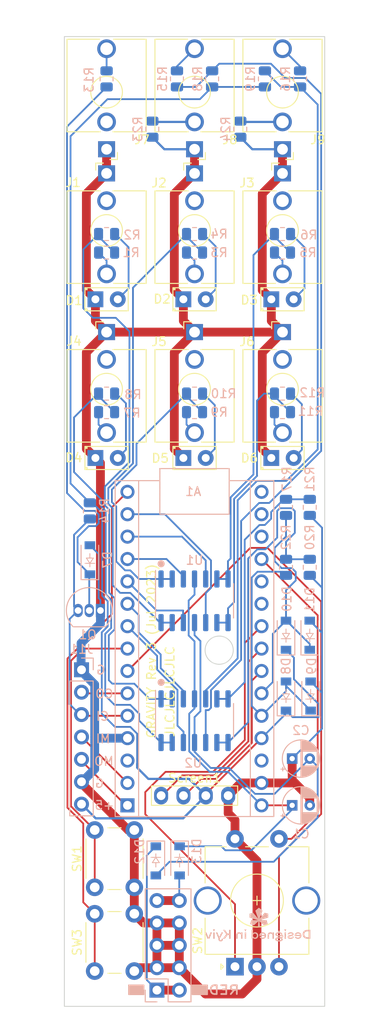
<source format=kicad_pcb>
(kicad_pcb (version 20211014) (generator pcbnew)

  (general
    (thickness 1.6)
  )

  (paper "A4")
  (layers
    (0 "F.Cu" signal)
    (31 "B.Cu" signal)
    (32 "B.Adhes" user "B.Adhesive")
    (33 "F.Adhes" user "F.Adhesive")
    (34 "B.Paste" user)
    (35 "F.Paste" user)
    (36 "B.SilkS" user "B.Silkscreen")
    (37 "F.SilkS" user "F.Silkscreen")
    (38 "B.Mask" user)
    (39 "F.Mask" user)
    (40 "Dwgs.User" user "User.Drawings")
    (41 "Cmts.User" user "User.Comments")
    (42 "Eco1.User" user "User.Eco1")
    (43 "Eco2.User" user "User.Eco2")
    (44 "Edge.Cuts" user)
    (45 "Margin" user)
    (46 "B.CrtYd" user "B.Courtyard")
    (47 "F.CrtYd" user "F.Courtyard")
    (48 "B.Fab" user)
    (49 "F.Fab" user)
    (50 "User.1" user)
    (51 "User.2" user)
    (52 "User.3" user)
    (53 "User.4" user)
    (54 "User.5" user)
    (55 "User.6" user)
    (56 "User.7" user)
    (57 "User.8" user)
    (58 "User.9" user)
  )

  (setup
    (stackup
      (layer "F.SilkS" (type "Top Silk Screen"))
      (layer "F.Paste" (type "Top Solder Paste"))
      (layer "F.Mask" (type "Top Solder Mask") (thickness 0.01))
      (layer "F.Cu" (type "copper") (thickness 0.035))
      (layer "dielectric 1" (type "core") (thickness 1.51) (material "FR4") (epsilon_r 4.5) (loss_tangent 0.02))
      (layer "B.Cu" (type "copper") (thickness 0.035))
      (layer "B.Mask" (type "Bottom Solder Mask") (thickness 0.01))
      (layer "B.Paste" (type "Bottom Solder Paste"))
      (layer "B.SilkS" (type "Bottom Silk Screen"))
      (copper_finish "None")
      (dielectric_constraints no)
    )
    (pad_to_mask_clearance 0)
    (aux_axis_origin 100 40)
    (pcbplotparams
      (layerselection 0x00010fc_ffffffff)
      (disableapertmacros false)
      (usegerberextensions false)
      (usegerberattributes true)
      (usegerberadvancedattributes true)
      (creategerberjobfile true)
      (svguseinch false)
      (svgprecision 6)
      (excludeedgelayer true)
      (plotframeref false)
      (viasonmask false)
      (mode 1)
      (useauxorigin false)
      (hpglpennumber 1)
      (hpglpenspeed 20)
      (hpglpendiameter 15.000000)
      (dxfpolygonmode true)
      (dxfimperialunits true)
      (dxfusepcbnewfont true)
      (psnegative false)
      (psa4output false)
      (plotreference true)
      (plotvalue true)
      (plotinvisibletext false)
      (sketchpadsonfab false)
      (subtractmaskfromsilk false)
      (outputformat 1)
      (mirror false)
      (drillshape 0)
      (scaleselection 1)
      (outputdirectory "REV3 Exports/")
    )
  )

  (net 0 "")
  (net 1 "Serial Out")
  (net 2 "Serial In")
  (net 3 "unconnected-(A1-Pad3)")
  (net 4 "GND")
  (net 5 "DIGITAL INPUT")
  (net 6 "ENC_D2")
  (net 7 "ENC_D1")
  (net 8 "Channel 1")
  (net 9 "Channel 3")
  (net 10 "Channel 4")
  (net 11 "Channel 6")
  (net 12 "START STOP BTN")
  (net 13 "SHIFT BTN")
  (net 14 "24ppqn OUT")
  (net 15 "unconnected-(A1-Pad17)")
  (net 16 "unconnected-(A1-Pad18)")
  (net 17 "unconnected-(A1-Pad20)")
  (net 18 "unconnected-(A1-Pad21)")
  (net 19 "ENC_BTN")
  (net 20 "I2C SDA")
  (net 21 "I2C SCL")
  (net 22 "+5V")
  (net 23 "unconnected-(A1-Pad28)")
  (net 24 "+12V")
  (net 25 "Net-(D1-Pad2)")
  (net 26 "Net-(D2-Pad2)")
  (net 27 "Net-(D3-Pad2)")
  (net 28 "Net-(D4-Pad2)")
  (net 29 "Net-(D5-Pad2)")
  (net 30 "Net-(D6-Pad2)")
  (net 31 "Net-(D7-Pad1)")
  (net 32 "Net-(J1-PadT)")
  (net 33 "unconnected-(J1-PadTN)")
  (net 34 "Net-(J2-PadT)")
  (net 35 "unconnected-(J2-PadTN)")
  (net 36 "Net-(J3-PadT)")
  (net 37 "unconnected-(J3-PadTN)")
  (net 38 "Net-(J4-PadT)")
  (net 39 "unconnected-(J4-PadTN)")
  (net 40 "Net-(J5-PadT)")
  (net 41 "unconnected-(J5-PadTN)")
  (net 42 "Net-(J6-PadT)")
  (net 43 "unconnected-(J6-PadTN)")
  (net 44 "Net-(J7-PadT)")
  (net 45 "unconnected-(J7-PadTN)")
  (net 46 "Net-(J8-PadT)")
  (net 47 "Net-(J8-PadTN)")
  (net 48 "Net-(J9-PadT)")
  (net 49 "Net-(J9-PadTN)")
  (net 50 "CV2 INPUT")
  (net 51 "-12V")
  (net 52 "CV1 INPUT")
  (net 53 "unconnected-(A1-Pad16)")
  (net 54 "Net-(D12-Pad1)")
  (net 55 "Net-(D13-Pad2)")
  (net 56 "Net-(R1-Pad1)")
  (net 57 "Net-(R3-Pad1)")
  (net 58 "Net-(R5-Pad1)")
  (net 59 "Net-(R7-Pad1)")
  (net 60 "Net-(R10-Pad2)")
  (net 61 "Net-(R11-Pad1)")
  (net 62 "Net-(R17-Pad2)")
  (net 63 "Net-(R15-Pad2)")
  (net 64 "Net-(R16-Pad2)")
  (net 65 "Net-(R20-Pad1)")
  (net 66 "Channel 2")
  (net 67 "Channel 5")

  (footprint "gtoe:thonkiconn" (layer "F.Cu") (at 124.8 46.3 180))

  (footprint "gtoe:button" (layer "F.Cu") (at 105.7 142.75 90))

  (footprint "gtoe:FlatTopLed" (layer "F.Cu") (at 114.8 87.8))

  (footprint "gtoe:thonkiconn" (layer "F.Cu") (at 114.8 62))

  (footprint "gtoe:I2C SSD1306" (layer "F.Cu") (at 114.8 113.6 180))

  (footprint "gtoe:thonkiconn" (layer "F.Cu") (at 114.8 80))

  (footprint "gtoe:FlatTopLed" (layer "F.Cu") (at 104.8 87.8))

  (footprint "gtoe:FlatTopLed" (layer "F.Cu") (at 124.8 69.8))

  (footprint "gtoe:thonkiconn" (layer "F.Cu") (at 124.8 62))

  (footprint "gtoe:FlatTopLed" (layer "F.Cu") (at 114.8 69.8))

  (footprint "gtoe:SwitchEncoder" (layer "F.Cu") (at 121.9 138 90))

  (footprint "gtoe:thonkiconn" (layer "F.Cu") (at 114.8 46.3 180))

  (footprint "gtoe:thonkiconn" (layer "F.Cu") (at 124.8 80))

  (footprint "gtoe:thonkiconn" (layer "F.Cu") (at 104.8 62))

  (footprint "gtoe:FlatTopLed" (layer "F.Cu") (at 124.8 87.8))

  (footprint "gtoe:FlatTopLed" (layer "F.Cu") (at 104.8 69.8))

  (footprint "gtoe:thonkiconn" (layer "F.Cu") (at 104.8 80))

  (footprint "gtoe:thonkiconn" (layer "F.Cu") (at 104.8 46.3 180))

  (footprint "gtoe:button" (layer "F.Cu") (at 105.7 133.25 90))

  (footprint "Diode_SMD:D_SOD-123" (layer "B.Cu") (at 113.1 133.5 -90))

  (footprint "Resistor_SMD:R_0805_2012Metric" (layer "B.Cu") (at 120 50.5 -90))

  (footprint "Resistor_SMD:R_0805_2012Metric" (layer "B.Cu") (at 122.8 44.8 -90))

  (footprint "Capacitor_THT:CP_Radial_D4.0mm_P2.00mm" (layer "B.Cu") (at 125.9 127.2))

  (footprint "Diode_SMD:D_SOD-123" (layer "B.Cu") (at 128 114.8 90))

  (footprint "Diode_SMD:D_SOD-123" (layer "B.Cu") (at 127.9 107.9 90))

  (footprint "Resistor_SMD:R_0805_2012Metric" (layer "B.Cu") (at 114.8 82.6 180))

  (footprint "Diode_SMD:D_SOD-123" (layer "B.Cu") (at 110.4 133.5 -90))

  (footprint "Resistor_SMD:R_0805_2012Metric" (layer "B.Cu") (at 114.8 64.5 180))

  (footprint "Package_SO:SO-14_3.9x8.65mm_P1.27mm" (layer "B.Cu") (at 114.8 117.6 -90))

  (footprint "Resistor_SMD:R_0805_2012Metric" (layer "B.Cu") (at 110 50.5 -90))

  (footprint "gtoe:Arduino_Nano (adjusted courtyard)" (layer "B.Cu") (at 114.8 112))

  (footprint "Resistor_SMD:R_0805_2012Metric" (layer "B.Cu") (at 104.8 44.8 -90))

  (footprint "Resistor_SMD:R_0805_2012Metric" (layer "B.Cu") (at 104.8 82.6 180))

  (footprint "Resistor_SMD:R_0805_2012Metric" (layer "B.Cu") (at 124.8 80.5 180))

  (footprint "Resistor_SMD:R_0805_2012Metric" (layer "B.Cu") (at 114.8 80.5 180))

  (footprint "Resistor_SMD:R_0805_2012Metric" (layer "B.Cu") (at 102.9 93.8 90))

  (footprint "Resistor_SMD:R_0805_2012Metric" (layer "B.Cu") (at 125.2 100.2 90))

  (footprint "Resistor_SMD:R_0805_2012Metric" (layer "B.Cu") (at 116.8 44.8 -90))

  (footprint "Connector_PinHeader_2.54mm:PinHeader_1x07_P2.54mm_Vertical" (layer "B.Cu") (at 101.95 111.825 180))

  (footprint "Resistor_SMD:R_0805_2012Metric" (layer "B.Cu") (at 104.8 62.4 180))

  (footprint "Resistor_SMD:R_0805_2012Metric" (layer "B.Cu") (at 124.8 64.5 180))

  (footprint "Resistor_SMD:R_0805_2012Metric" (layer "B.Cu") (at 124.8 82.6 180))

  (footprint "Resistor_SMD:R_0805_2012Metric" (layer "B.Cu")
    (tedit 5F68FEEE) (tstamp 905a00a6-388b-46ec-8c94-aad88c886fbf)
    (at 127.9 100.2 -90)
    (descr "Resistor SMD 0805 (2012 Metric), square (rectangular) end terminal, IPC_7351 nominal, (Body size source: IPC-SM-782 page 72, https://www.pcb-3d.com/wordpress/wp-content/uploads/ipc-sm-782a_amendment_1_and_2.pdf), generated with kicad-footprint-generator")
    (tags "resistor")
    (property "Sheetfile" "gtoe.kicad_sch")
    (property "Sheetname" "")
    (path "/36a43187-2977-45cb-ac83-5c8cf3a89dac")
    (attr smd)
    (fp_text reference "R20" (at -3.4 0 -270) (layer "B.SilkS")
      (effects (font (size 1 1) (thickness 0.15)) (justify mirror))
      (tstamp e46000ad-413b-4074-b25e-4bae5c263c53)
    )
    (fp_text value "100K" (at 0 -1.65 -270) (layer "B.Fab")
      (effects (font (size 1 1) (thickness 0.15)) (justify mirror))
      (tstamp f54683f7-4aac-40df-afea-77e326e6e70e)
    )
    (fp_text user "${REFERENCE}" (at 0 0 -270) (layer "B.Fab")
      (effects (font (size 0.5 0.5) (thickness 0.08)) (justify mirror))
      (tstamp 72a3b89b-308a-40b4-8421-5e52c3a088f4)
    )
    (fp_line (start -0.227064 -0.735) (end 0.227064 -0.735) (layer "B.SilkS") (width 0.12) (tstamp 69de086d-757a-462a-9c9e-2b073a90e123))
    (fp_line (start -0.227064 0.735) (end 0.227064 0.735) (layer "B.SilkS") (width 0.12) (tstamp de7898aa-8271-42c1-a449-545d8630f408))
    (fp_line (start -1.68 -0.95) (end -1.68 0.95) (layer "B.CrtYd") (width 0.05) (tstamp 20c43ca7-7075-4ff6-94fc-5d536156083d))
    (fp_line (start 1.68 0.95) (end 1.68 -0.95) (layer "B.CrtYd") (width 0.05) (tstamp 41eeaf14-2a1f-4890-9452-4e1a7d2ffcab))
    (fp_line (start 1.68 -0.95) (end -1.68 -0.95) (layer "B.CrtYd") (width 0.05) (tstamp b444cd15-4046-447e-a5c2-664c7368c7f0))
    (fp_line (start -1.68 0.95) (end 1.68 0.95) (layer "B.CrtYd") (width 0.05) (tstamp d23f8497-239c-48c7-a5c6-562789ef0d1b))
    (fp_line (start -1 -0.625) (end -1 0.625) (layer "B.Fab") (width 0.1) (tstamp 3ee72677-61f5-4380-8bad-067a949d7b8b))
    (fp_line (start 1 0.625) (end 1 -0.625) (layer "B.Fab") (width 0.1) (tstamp b9269193-8fa9-407e-9bb6-fc8088557a8d))
    (fp_line (start -1 0.625) (end 1 0.625) (layer "B.Fab") (width 0.1) (tstamp bdb095d1-6328-421a-a2cd-73d3f8a15a9c))
    (fp_line (start 1 -0.625) (end -1 -0.625) (layer "B.Fab") (width 0.1) (tstamp db7547cd-6d45-4251-9e7e-65cd7f8caf24))
    (pad
... [242872 chars truncated]
</source>
